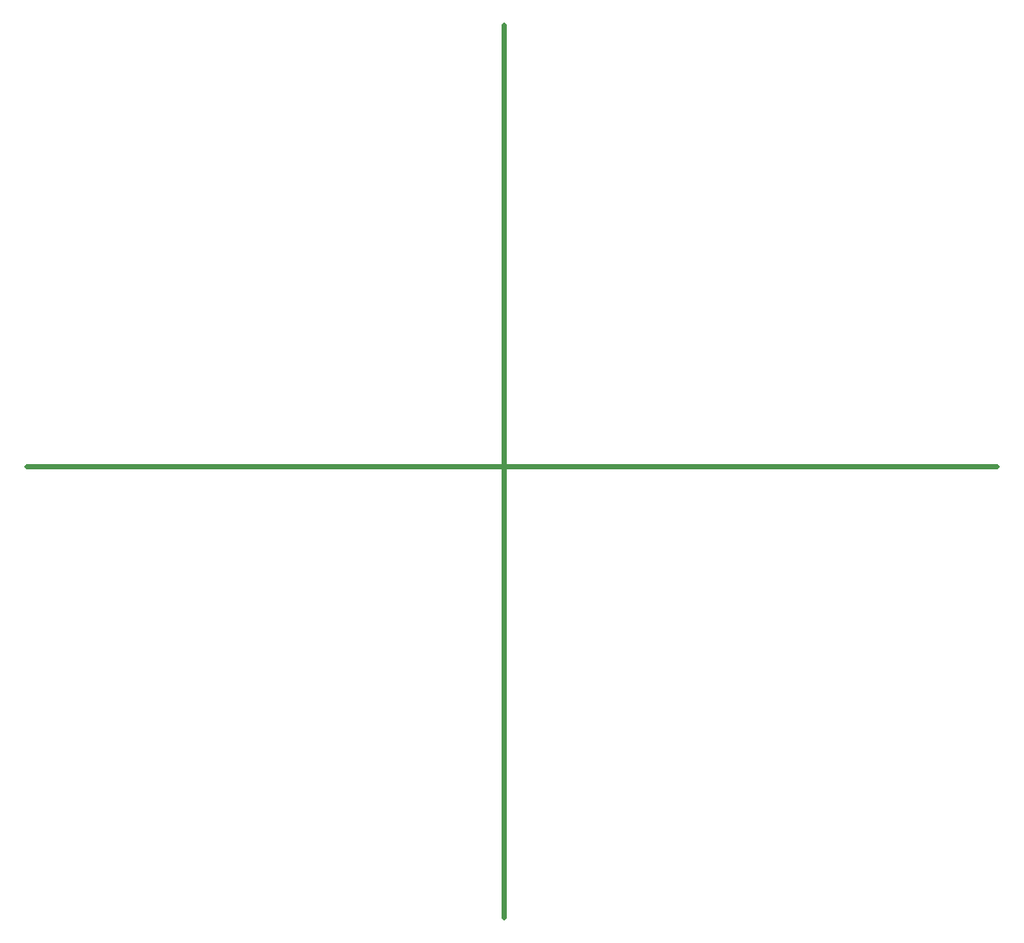
<source format=gbr>
%TF.GenerationSoftware,KiCad,Pcbnew,9.0.4*%
%TF.CreationDate,2025-08-26T10:36:07+02:00*%
%TF.ProjectId,TDA7267_2x2_panel,54444137-3236-4375-9f32-78325f70616e,rev?*%
%TF.SameCoordinates,Original*%
%TF.FileFunction,Legend,Bot*%
%TF.FilePolarity,Positive*%
%FSLAX46Y46*%
G04 Gerber Fmt 4.6, Leading zero omitted, Abs format (unit mm)*
G04 Created by KiCad (PCBNEW 9.0.4) date 2025-08-26 10:36:07*
%MOMM*%
%LPD*%
G01*
G04 APERTURE LIST*
%ADD10C,0.500000*%
G04 APERTURE END LIST*
D10*
X98000000Y-102000000D02*
X192500000Y-102000000D01*
X144500000Y-59000000D02*
X144500000Y-146000000D01*
M02*

</source>
